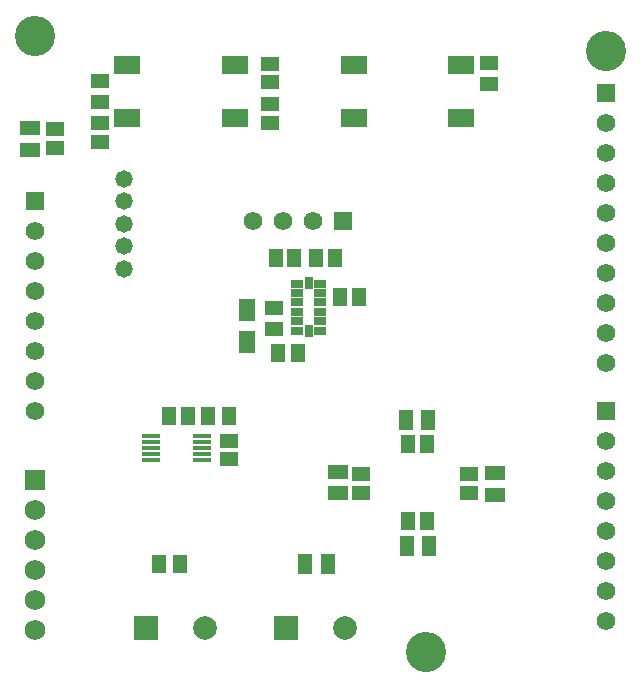
<source format=gts>
G04*
G04 #@! TF.GenerationSoftware,Altium Limited,Altium Designer,24.3.1 (35)*
G04*
G04 Layer_Color=8388736*
%FSLAX25Y25*%
%MOIN*%
G70*
G04*
G04 #@! TF.SameCoordinates,DE864B26-D939-457F-A8F5-E13979E0EDEB*
G04*
G04*
G04 #@! TF.FilePolarity,Negative*
G04*
G01*
G75*
%ADD26R,0.05091X0.06587*%
%ADD27R,0.09068X0.06312*%
%ADD28R,0.06312X0.05131*%
%ADD29R,0.05131X0.06312*%
%ADD30R,0.05131X0.06509*%
%ADD31R,0.06509X0.05131*%
%ADD32R,0.02595X0.04016*%
%ADD33R,0.04016X0.02595*%
%ADD34R,0.04016X0.02595*%
G04:AMPARAMS|DCode=35|XSize=75.32mil|YSize=56.42mil|CornerRadius=10.05mil|HoleSize=0mil|Usage=FLASHONLY|Rotation=90.000|XOffset=0mil|YOffset=0mil|HoleType=Round|Shape=RoundedRectangle|*
%AMROUNDEDRECTD35*
21,1,0.07532,0.03632,0,0,90.0*
21,1,0.05522,0.05642,0,0,90.0*
1,1,0.02011,0.01816,0.02761*
1,1,0.02011,0.01816,-0.02761*
1,1,0.02011,-0.01816,-0.02761*
1,1,0.02011,-0.01816,0.02761*
%
%ADD35ROUNDEDRECTD35*%
%ADD36R,0.06300X0.01600*%
%ADD37C,0.06194*%
%ADD38R,0.06194X0.06194*%
%ADD39C,0.06824*%
%ADD40R,0.06824X0.06824*%
%ADD41R,0.06194X0.06194*%
%ADD42R,0.07887X0.07887*%
%ADD43C,0.07887*%
%ADD44C,0.13398*%
%ADD45C,0.05800*%
D26*
X-100299Y-67000D02*
D03*
X-92701D02*
D03*
D27*
X-48204Y81662D02*
D03*
Y99379D02*
D03*
X-84031D02*
D03*
Y81662D02*
D03*
X-159531Y99379D02*
D03*
Y81662D02*
D03*
X-123704D02*
D03*
Y99379D02*
D03*
D28*
X-168617Y73898D02*
D03*
Y80000D02*
D03*
X-81511Y-36953D02*
D03*
Y-43055D02*
D03*
X-45511Y-36953D02*
D03*
Y-43055D02*
D03*
X-183617Y71914D02*
D03*
Y78017D02*
D03*
X-112117Y80217D02*
D03*
Y86320D02*
D03*
Y93769D02*
D03*
Y99871D02*
D03*
X-125500Y-32000D02*
D03*
Y-25898D02*
D03*
X-39117Y100068D02*
D03*
Y93178D02*
D03*
X-168617Y87269D02*
D03*
Y94158D02*
D03*
X-110500Y18445D02*
D03*
Y11555D02*
D03*
D29*
X-59752Y-52500D02*
D03*
X-65854D02*
D03*
X-59752Y-27000D02*
D03*
X-65854D02*
D03*
X-90449Y35000D02*
D03*
X-96551D02*
D03*
X-103949D02*
D03*
X-110051D02*
D03*
X-145551Y-17500D02*
D03*
X-139449D02*
D03*
X-82449Y22000D02*
D03*
X-88551D02*
D03*
X-142055Y-67000D02*
D03*
X-148945D02*
D03*
X-132500Y-17500D02*
D03*
X-125610D02*
D03*
X-102555Y3500D02*
D03*
X-109445D02*
D03*
D30*
X-59063Y-61000D02*
D03*
X-66150D02*
D03*
X-66543Y-19000D02*
D03*
X-59457D02*
D03*
D31*
X-89394Y-43350D02*
D03*
Y-36264D02*
D03*
X-37011Y-36658D02*
D03*
Y-43744D02*
D03*
X-192117Y71225D02*
D03*
Y78312D02*
D03*
D32*
X-99117Y10814D02*
D03*
Y26641D02*
D03*
D33*
X-95141Y10853D02*
D03*
Y14003D02*
D03*
Y17153D02*
D03*
Y20302D02*
D03*
Y23452D02*
D03*
Y26601D02*
D03*
X-103094Y10853D02*
D03*
Y14003D02*
D03*
Y17153D02*
D03*
Y20302D02*
D03*
Y23452D02*
D03*
D34*
Y26601D02*
D03*
D35*
X-119500Y7185D02*
D03*
Y17815D02*
D03*
D36*
X-134517Y-24291D02*
D03*
Y-26261D02*
D03*
Y-28231D02*
D03*
Y-30201D02*
D03*
Y-32171D02*
D03*
X-151717D02*
D03*
Y-30201D02*
D03*
Y-28231D02*
D03*
Y-26261D02*
D03*
Y-24291D02*
D03*
D37*
X0Y0D02*
D03*
Y10000D02*
D03*
Y20000D02*
D03*
Y30000D02*
D03*
Y40000D02*
D03*
Y50000D02*
D03*
Y60000D02*
D03*
Y70000D02*
D03*
Y80000D02*
D03*
Y-25984D02*
D03*
Y-35984D02*
D03*
Y-45984D02*
D03*
Y-55984D02*
D03*
Y-65984D02*
D03*
Y-75984D02*
D03*
Y-85984D02*
D03*
X-190174Y44020D02*
D03*
Y34020D02*
D03*
Y24020D02*
D03*
Y14020D02*
D03*
Y4020D02*
D03*
Y-5980D02*
D03*
Y-15980D02*
D03*
X-117500Y47500D02*
D03*
X-107500D02*
D03*
X-97500D02*
D03*
D38*
X0Y90000D02*
D03*
Y-15984D02*
D03*
X-190174Y54020D02*
D03*
D39*
Y-88815D02*
D03*
Y-78815D02*
D03*
Y-68815D02*
D03*
Y-58815D02*
D03*
Y-48815D02*
D03*
D40*
Y-38815D02*
D03*
D41*
X-87500Y47500D02*
D03*
D42*
X-106500Y-88231D02*
D03*
X-153302D02*
D03*
D43*
X-86815D02*
D03*
X-133617D02*
D03*
D44*
X-60023Y-96043D02*
D03*
X0Y104000D02*
D03*
X-190174Y109020D02*
D03*
D45*
X-160500Y31500D02*
D03*
Y39000D02*
D03*
Y46500D02*
D03*
Y54000D02*
D03*
Y61500D02*
D03*
M02*

</source>
